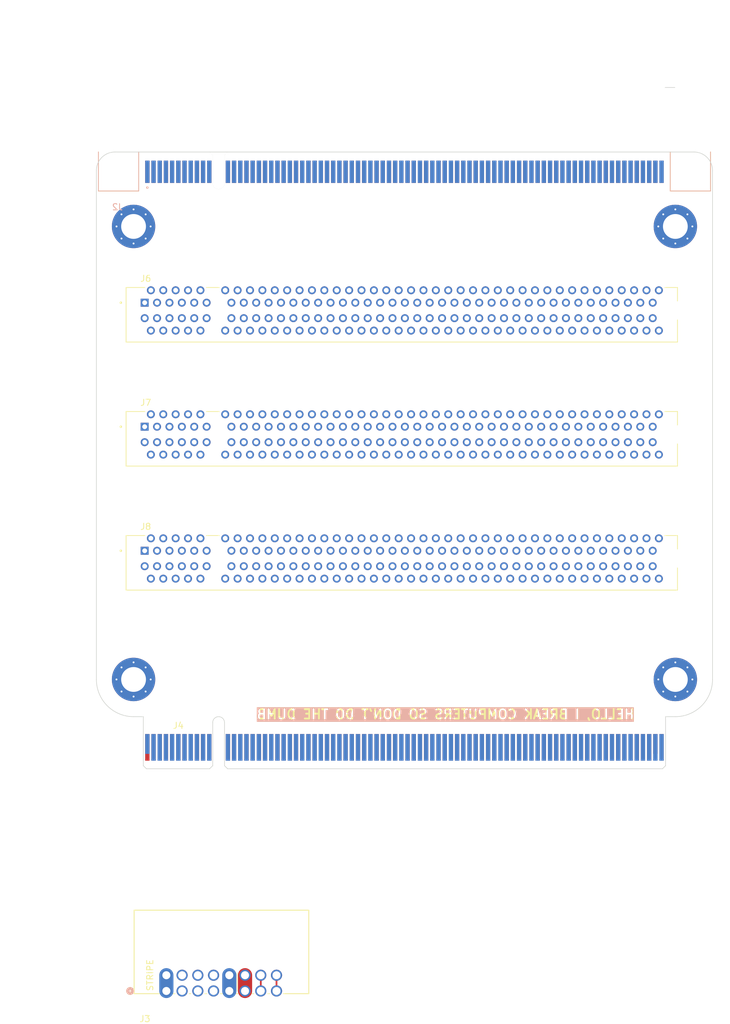
<source format=kicad_pcb>
(kicad_pcb (version 20240108) (generator "pcbnew") (generator_version "8.0")
  (layers (0 "F.Cu" signal) (31 "B.Cu" signal) (34 "B.Paste" user) (35 "F.Paste" user) (36 "B.SilkS" user "B.Silkscreen") (37 "F.SilkS" user "F.Silkscreen") (38 "B.Mask" user) (39 "F.Mask" user) (44 "Edge.Cuts" user))
  (net 0 "")
  (net 1 "/GATE")
  (net 2 "/CV")
  (net 3 "GND")
  (net 4 "+5V")
  (net 5 "+12V")
  (net 6 "-12V")
  (footprint "llama_shared:H_ATX_PERF" (layer "F.Cu") (at 144.499713 52.267213)
    (property "Reference" "H5" (hide yes))
    (property "Value" "H_HOLE" (hide yes))
  )
  (footprint "llama_shared:H_ATX_PERF" (layer "F.Cu") (at 231.949713 52.267213)
    (property "Reference" "H6" (hide yes))
    (property "Value" "H_HOLE" (hide yes))
  )
  (footprint "llama_shared:H_ATX_PERF" (layer "F.Cu") (at 231.949713 125.317213)
    (property "Reference" "H8" (hide yes))
    (property "Value" "H_HOLE" (hide yes))
  )
  (footprint "AT-Footprints:AMPHENOL_10018783-10113TLF" (layer "F.Cu") (at 157.9425 65.81)
    (property "Reference" "J6")
    (property "Value" "10018783-10113TLF")
  )
  (footprint "AT-Footprints:AMPHENOL_10018783-10113TLF" (layer "F.Cu") (at 157.9425 85.81)
    (property "Reference" "J7")
    (property "Value" "10018783-10113TLF")
  )
  (footprint "AT-Footprints:AMPHENOL_10018783-10113TLF" (layer "F.Cu") (at 157.9425 105.81)
    (property "Reference" "J8")
    (property "Value" "10018783-10113TLF")
  )
  (footprint "AT-Footprints:BUS_EUROexpress" (layer "F.Cu") (at 146.724713 136.267213)
    (property "Reference" "J4")
    (property "Value" "EURO_EXPRESS")
    (fp_line (start -0.65 -4.95) (end -0.65 2.95) (stroke (width 0.1)) (layer "Edge.Cuts"))
    (fp_line (start -0.65 2.95) (end -0.15 3.45) (stroke (width 0.1)) (layer "Edge.Cuts"))
    (fp_line (start -0.15 3.45) (end 10.05 3.45) (stroke (width 0.1)) (layer "Edge.Cuts"))
    (fp_line (start 10.55 -4) (end 10.55 2.95) (stroke (width 0.1)) (layer "Edge.Cuts"))
    (fp_line (start 10.55 2.95) (end 10.05 3.45) (stroke (width 0.1)) (layer "Edge.Cuts"))
    (fp_line (start 12.45 -4) (end 12.45 2.95) (stroke (width 0.1)) (layer "Edge.Cuts"))
    (fp_line (start 12.45 2.95) (end 12.95 3.45) (stroke (width 0.1)) (layer "Edge.Cuts"))
    (fp_line (start 12.95 3.45) (end 83.15 3.45) (stroke (width 0.1)) (layer "Edge.Cuts"))
    (fp_line (start 83.65 -4.95) (end 83.65 2.95) (stroke (width 0.1)) (layer "Edge.Cuts"))
    (fp_line (start 83.65 2.95) (end 83.15 3.45) (stroke (width 0.1)) (layer "Edge.Cuts"))
    (fp_arc (start 10.55 -4) (mid 11.5 -4.95) (end 12.45 -4) (stroke (width 0.1)) (layer "Edge.Cuts"))
  )
  (footprint "llama_shared:H_ATX_PERF" (layer "F.Cu") (at 144.499713 125.317213 45)
    (property "Reference" "H7" (hide yes))
    (property "Value" "H_HOLE" (hide yes))
  )
  (footprint "AT-Footprints:EURORACK Right Angle" (layer "F.Cu") (at 149.7925 175.55)
    (property "Reference" "J3")
    (property "Value" "EURO_CONN")
  )
  (footprint "AT-Footprints:AMPHENOL_10025026-10103TLF" (layer "B.Cu") (at 188.225 40.25)
    (property "Reference" "J2")
    (property "Value" "10025026-10103TLF")
    (fp_line (start -31.475 0) (end -28.525 0) (stroke (width 0.01)) (layer "Edge.Cuts"))
    (fp_line (start -30.975 0.5) (end -31.475 0) (stroke (width 0.01)) (layer "Edge.Cuts"))
    (fp_line (start -30.975 5.025) (end -30.975 0.5) (stroke (width 0.01)) (layer "Edge.Cuts"))
    (fp_line (start -29.025 0.5) (end -29.025 5.025) (stroke (width 0.01)) (layer "Edge.Cuts"))
    (fp_line (start -28.525 0) (end -29.025 0.5) (stroke (width 0.01)) (layer "Edge.Cuts"))
    (fp_arc (start -30 6) (mid -30.689429 5.714429) (end -30.975 5.025) (stroke (width 0.01)) (layer "Edge.Cuts"))
    (fp_arc (start -29.025 5.025) (mid -29.310571 5.714429) (end -30 6) (stroke (width 0.01)) (layer "Edge.Cuts"))
  )
  (gr_arc (start 237.94992 125.317212) (mid 236.1925 129.56) (end 231.949712 131.31742) (stroke (width 0.1)) (layer "Edge.Cuts"))
  (gr_arc (start 144.499714 131.31742) (mid 140.256926 129.56) (end 138.499506 125.317212) (stroke (width 0.1)) (layer "Edge.Cuts"))
  (gr_line (start 146.074713 131.317213) (end 144.499714 131.31742) (stroke (width 0.1)) (layer "Edge.Cuts"))
  (gr_line (start 138.499506 125.317212) (end 138.499311 43.250213) (stroke (width 0.1)) (layer "Edge.Cuts"))
  (gr_line (start 230.2925 29.86) (end 231.867499 29.86022) (stroke (width 0.1)) (layer "Edge.Cuts"))
  (gr_arc (start 234.966545 40.266811) (mid 237.076129 41.140629) (end 237.949947 43.250213) (stroke (width 0.1)) (layer "Edge.Cuts"))
  (gr_line (start 230.374713 131.317213) (end 231.949712 131.317433) (stroke (width 0.1)) (layer "Edge.Cuts"))
  (gr_arc (start 138.499311 43.250213) (mid 139.373129 41.140629) (end 141.482713 40.266811) (stroke (width 0.1)) (layer "Edge.Cuts"))
  (gr_line (start 141.482713 40.266811) (end 234.966545 40.266811) (stroke (width 0.1)) (layer "Edge.Cuts"))
  (gr_line (start 237.949947 43.250213) (end 237.94992 125.317212) (stroke (width 0.1)) (layer "Edge.Cuts"))
  (segment (start 167.5725 175.55) (end 167.5725 173.01) (width 0.2794) (layer "F.Cu") (net 1))
  (segment (start 165.0325 175.55) (end 165.0325 173.01) (width 0.2794) (layer "F.Cu") (net 2))
  (segment (start 162.4925 175.55) (end 162.4925 173.01) (width 2.286) (layer "F.Cu") (net 4))
  (segment (start 159.9525 175.55) (end 159.9525 173.01) (width 2.286) (layer "B.Cu") (net 5))
  (segment (start 149.7925 175.55) (end 149.7925 173.01) (width 2.286) (layer "B.Cu") (net 6))
)
</source>
